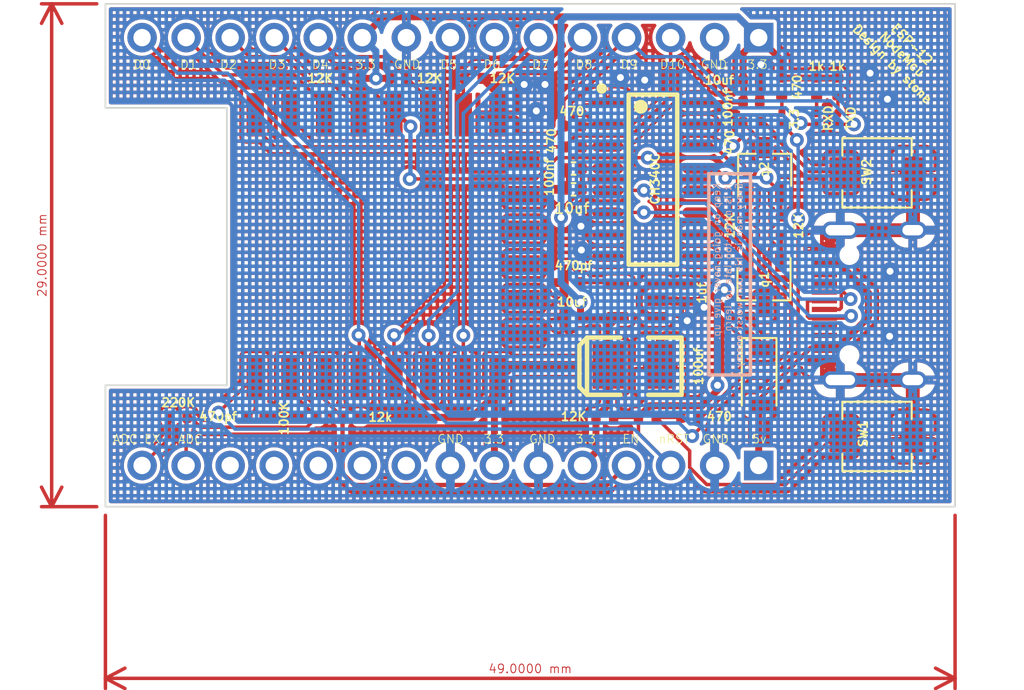
<source format=kicad_pcb>
(kicad_pcb (version 20211014) (generator pcbnew)
  (layers (0 "F.Cu" signal) (31 "B.Cu" signal) (34 "B.Paste" user) (35 "F.Paste" user) (36 "B.SilkS" user "B.Silkscreen") (37 "F.SilkS" user "F.Silkscreen") (38 "B.Mask" user) (39 "F.Mask" user) (44 "Edge.Cuts" user))
  (net 0 "")
  (net 1 "+3V3")
  (net 2 "GND")
  (net 3 "+5VD")
  (net 4 "Net-(C6-Pad1)")
  (net 5 "/nRST")
  (net 6 "/GPIO16")
  (net 7 "Net-(D1-Pad2)")
  (net 8 "/TXD")
  (net 9 "Net-(D2-Pad2)")
  (net 10 "/RXD")
  (net 11 "Net-(D3-Pad2)")
  (net 12 "/VDDUSB")
  (net 13 "/EN")
  (net 19 "/ADC")
  (net 20 "/ADC EX")
  (net 21 "/GPIO15")
  (net 22 "/GPIO13")
  (net 23 "/GPIO12")
  (net 24 "/GPIO14")
  (net 25 "/GPIO2")
  (net 26 "/GPIO0")
  (net 27 "/GPIO4")
  (net 28 "/GPIO5")
  (net 30 "Net-(J3-PadA6)")
  (net 31 "Net-(J3-PadA7)")
  (net 35 "Net-(Q1-Pad1)")
  (net 36 "Net-(Q1-Pad2)")
  (net 37 "Net-(Q2-Pad1)")
  (net 38 "Net-(Q2-Pad2)")
  (net 39 "Net-(R7-Pad2)")
  (net 40 "Net-(R9-Pad2)")
  (net 41 "Net-(R12-Pad2)")
  (net 42 "Net-(R13-Pad1)")
  (footprint "Resistor_SMD:R_0402_1005Metric" (layer "F.Cu") (at 133.015712 54.789713 -90)
    (fp_text reference "R5")
    (fp_text value "1k")
  )
  (footprint "Resistor_SMD:R_0402_1005Metric" (layer "F.Cu") (at 120.8 73.85 180)
    (fp_text reference "R10")
    (fp_text value "12K")
  )
  (footprint "Resistor_SMD:R_0402_1005Metric" (layer "F.Cu") (at 103.675 73.85 180)
    (fp_text reference "R17")
    (fp_text value "100K")
  )
  (footprint "Package_TO_SOT_SMD:TSOT-23" (layer "F.Cu") (at 130 59.6 90)
    (fp_text reference "Q2")
    (fp_text value "q2")
  )
  (footprint "Resistor_SMD:R_0402_1005Metric" (layer "F.Cu") (at 130.975 62.8 90)
    (fp_text reference "R14")
    (fp_text value "12K")
  )
  (footprint "Diode_SMD:D_SOD-123" (layer "F.Cu") (at 129.7 71.525 -90)
    (fp_text reference "D4")
    (fp_text value "B120-E3")
  )
  (footprint "Resistor_SMD:R_0402_1005Metric" (layer "F.Cu") (at 106.2 54.3)
    (fp_text reference "R2")
    (fp_text value "12K")
  )
  (footprint "Connector_PinHeader_2.54mm:PinHeader_1x15_P2.54mm_Vertical" (layer "F.Cu") (at 129.675 76.625 -90)
    (fp_text reference "J1")
    (fp_text value "J1")
  )
  (footprint "Resistor_SMD:R_0402_1005Metric" (layer "F.Cu") (at 113.22 54.3)
    (fp_text reference "R11")
    (fp_text value "12K")
  )
  (footprint "Package_TO_SOT_SMD:SOT-23-5" (layer "F.Cu") (at 122.6625 67.125 180)
    (fp_text reference "U2")
    (fp_text value "SPX3819M5-L-3-3")
  )
  (footprint "myFootPrint:SMD,3x4x2mm" (layer "F.Cu") (at 136.5 59.75)
    (fp_text reference "SW2")
    (fp_text value "SW_Push")
  )
  (footprint "Connector_PinHeader_2.54mm:PinHeader_1x15_P2.54mm_Vertical" (layer "F.Cu") (at 129.675 51.95 -90)
    (fp_text reference "J2")
    (fp_text value "J2")
  )
  (footprint "Resistor_SMD:R_0402_1005Metric" (layer "F.Cu") (at 118.94 57.05)
    (fp_text reference "R12")
    (fp_text value "470")
  )
  (footprint "Resistor_SMD:R_0402_1005Metric" (layer "F.Cu") (at 123.25 73.85)
    (fp_text reference "R8")
    (fp_text value "0")
  )
  (footprint "Capacitor_SMD:C_0402_1005Metric" (layer "F.Cu") (at 129.255 54.3995)
    (fp_text reference "C2")
    (fp_text value "10uf")
  )
  (footprint "Resistor_SMD:R_0402_1005Metric" (layer "F.Cu") (at 106.175 73.85)
    (fp_text reference "R6")
    (fp_text value "12k")
  )
  (footprint "myFootPrint:SMD,3x4x2mm" (layer "F.Cu") (at 136.5 74.95)
    (fp_text reference "SW1")
    (fp_text value "SW_Push")
  )
  (footprint "Connector_USB:USB_C_Receptacle_HRO_TYPE-C-31-M-12" (layer "F.Cu") (at 137.51 67.375 90)
    (fp_text reference "J3")
    (fp_text value "usbc")
  )
  (footprint "Capacitor_SMD:C_0402_1005Metric" (layer "F.Cu") (at 100.68 73.85 180)
    (fp_text reference "C8")
    (fp_text value "470pf")
  )
  (footprint "Resistor_SMD:R_0402_1005Metric" (layer "F.Cu") (at 129.275 56.85)
    (fp_text reference "R9")
    (fp_text value "470")
  )
  (footprint "RF_Module:ESP-12E" (layer "F.Cu") (at 104.14 64 90)
    (fp_text reference "U1")
    (fp_text value "ESP-12E")
  )
  (footprint "lc_lib:SOP-16_150MIL" (layer "F.Cu") (at 123.575 60.135 -90)
    (fp_text reference "U3")
    (fp_text value "CH340C")
  )
  (footprint "Capacitor_SMD:C_0402_1005Metric" (layer "F.Cu") (at 129.255 55.6505)
    (fp_text reference "C3")
    (fp_text value "100nf")
  )
  (footprint "Resistor_SMD:R_0402_1005Metric" (layer "F.Cu") (at 118.97053 58.257134 180)
    (fp_text reference "R13")
    (fp_text value "470")
  )
  (footprint "Capacitor_SMD:C_0402_1005Metric" (layer "F.Cu") (at 119 59.5 180)
    (fp_text reference "C4")
    (fp_text value "100nf")
  )
  (footprint "Resistor_SMD:R_0402_1005Metric" (layer "F.Cu") (at 125.7 73.85 180)
    (fp_text reference "R7")
    (fp_text value "470")
  )
  (footprint "Resistor_SMD:R_0402_1005Metric" (layer "F.Cu") (at 108.9 54.3 180)
    (fp_text reference "R3")
    (fp_text value "12K")
  )
  (footprint "Resistor_SMD:R_0402_1005Metric" (layer "F.Cu") (at 131 54.79 -90)
    (fp_text reference "R1")
    (fp_text value "470")
  )
  (footprint "Package_TO_SOT_SMD:TSOT-23" (layer "F.Cu") (at 130 66.15 -90)
    (fp_text reference "Q1")
    (fp_text value "q1")
  )
  (footprint "LED_SMD:LED_0201_0603Metric" (layer "F.Cu") (at 134.240712 56.629713 90)
    (fp_text reference "D2")
    (fp_text value "TXD")
  )
  (footprint "Capacitor_SMD:C_0402_1005Metric" (layer "F.Cu") (at 118.92 68.075 180)
    (fp_text reference "C7")
    (fp_text value "10uf")
  )
  (footprint "LED_SMD:LED_0201_0603Metric" (layer "F.Cu") (at 133.015712 56.629713 90)
    (fp_text reference "D3")
    (fp_text value "RXD")
  )
  (footprint "LED_SMD:LED_0201_0603Metric" (layer "F.Cu") (at 131.012 56.625 90)
    (fp_text reference "D1")
    (fp_text value "3.3")
  )
  (footprint "Capacitor_SMD:C_0402_1005Metric" (layer "F.Cu") (at 118.92 66.075 180)
    (fp_text reference "C6")
    (fp_text value "470pf")
  )
  (footprint "lc_lib:CASE-B_3528" (layer "F.Cu") (at 122.5 70.9 180)
    (fp_text reference "C1")
    (fp_text value "100uf")
  )
  (footprint "Capacitor_SMD:C_0402_1005Metric" (layer "F.Cu") (at 125.4 66.68 -90)
    (fp_text reference "C5")
    (fp_text value "1uf")
  )
  (footprint "Resistor_SMD:R_0402_1005Metric" (layer "F.Cu") (at 96.2 73.85 180)
    (fp_text reference "R16")
    (fp_text value "220K")
  )
  (footprint "Resistor_SMD:R_0402_1005Metric" (layer "F.Cu") (at 129.025 62.8 -90)
    (fp_text reference "R15")
    (fp_text value "12K")
  )
  (footprint "Resistor_SMD:R_0402_1005Metric" (layer "F.Cu") (at 134.240712 54.789713 -90)
    (fp_text reference "R4")
    (fp_text value "1k")
  )
  (footprint "Capacitor_SMD:C_0402_1005Metric" (layer "F.Cu") (at 119 60.7 180)
    (fp_text reference "C9")
    (fp_text value "10uf")
  )
  (gr_rect (start 129.2 71.4) (end 126.8 59.8) (layer "B.SilkS") (width 0.2) (fill none))
  (gr_poly (pts (xy 141 79) (xy 92 79) (xy 92 72) (xy 99 72) (xy 99 56) (xy 92 56) (xy 92 50) (xy 141 50)) (layer "Edge.Cuts") (width 0.1) (fill none))
  (gr_text "Keep on going never give up.\nIt is never too late to learn\nEvery man is his own worst enemy\n" (at 127.9 60.3 90) (layer "B.SilkS") (effects (font (size 0.4 0.4) (thickness 0.05)) (justify left mirror)))
  (gr_text "GND" (at 117.2 75.1) (layer "F.SilkS") (effects (font (size 0.5 0.5) (thickness 0.05))))
  (gr_text "5v" (at 129.7 75.1) (layer "F.SilkS") (effects (font (size 0.5 0.5) (thickness 0.05))))
  (gr_text "3.3" (at 107 53.5) (layer "F.SilkS") (effects (font (size 0.5 0.5) (thickness 0.05))))
  (gr_text "D0" (at 94.1 53.5) (layer "F.SilkS") (effects (font (size 0.5 0.5) (thickness 0.05))))
  (gr_text "D2" (at 99.1 53.5) (layer "F.SilkS") (effects (font (size 0.5 0.5) (thickness 0.05))))
  (gr_text "D10" (at 124.7 53.5) (layer "F.SilkS") (effects (font (size 0.5 0.5) (thickness 0.05))))
  (gr_text "D3" (at 101.9 53.5) (layer "F.SilkS") (effects (font (size 0.5 0.5) (thickness 0.05))))
  (gr_text "D5" (at 111.8 53.5) (layer "F.SilkS") (effects (font (size 0.5 0.5) (thickness 0.05))))
  (gr_text "nRST" (at 124.8 75.1) (layer "F.SilkS") (effects (font (size 0.5 0.5) (thickness 0.05))))
  (gr_text "GND" (at 109.4 53.5) (layer "F.SilkS") (effects (font (size 0.5 0.5) (thickness 0.05))))
  (gr_text "D6" (at 114.3 53.5) (layer "F.SilkS") (effects (font (size 0.5 0.5) (thickness 0.05))))
  (gr_text "ESP-12\nNodeMcu\nDesign by stone" (at 137.943392 52.905589 -45) (layer "F.SilkS") (effects (font (size 0.5 0.5) (thickness 0.1))))
  (gr_text "D9" (at 122.2 53.5) (layer "F.SilkS") (effects (font (size 0.5 0.5) (thickness 0.05))))
  (gr_text "D1" (at 96.8 53.5) (layer "F.SilkS") (effects (font (size 0.5 0.5) (thickness 0.05))))
  (gr_text "EN" (at 122.3 75.1) (layer "F.SilkS") (effects (font (size 0.5 0.5) (thickness 0.05))))
  (gr_text "3.3" (at 129.6 53.5) (layer "F.SilkS") (effects (font (size 0.5 0.5) (thickness 0.05))))
  (gr_text "D7" (at 117.1 53.5) (layer "F.SilkS") (effects (font (size 0.5 0.5) (thickness 0.05))))
  (gr_text "GND\n" (at 111.9 75.1) (layer "F.SilkS") (effects (font (size 0.5 0.5) (thickness 0.05))))
  (gr_text "D8" (at 119.6 53.5) (layer "F.SilkS") (effects (font (size 0.5 0.5) (thickness 0.05))))
  (gr_text "GND" (at 127.2 75.1) (layer "F.SilkS") (effects (font (size 0.5 0.5) (thickness 0.05))))
  (gr_text "3.3" (at 114.4 75.1) (layer "F.SilkS") (effects (font (size 0.5 0.5) (thickness 0.05))))
  (gr_text "ADC EX" (at 93.8 75.1) (layer "F.SilkS") (effects (font (size 0.5 0.5) (thickness 0.05))))
  (gr_text "3.3" (at 119.7 75.1) (layer "F.SilkS") (effects (font (size 0.5 0.5) (thickness 0.05))))
  (gr_text "ADC" (at 96.9 75.1) (layer "F.SilkS") (effects (font (size 0.5 0.5) (thickness 0.05))))
  (gr_text "GND" (at 127.1 53.5) (layer "F.SilkS") (effects (font (size 0.5 0.5) (thickness 0.05))))
  (gr_text "D4" (at 104.4 53.5) (layer "F.SilkS") (effects (font (size 0.5 0.5) (thickness 0.05))))
  (dimension (type aligned) (layer "F.Cu") (pts (xy 92 50) (xy 92 79)) (height 3.1) (gr_text "29.0000 mm" (at 88.35 64.5 90) (layer "F.Cu") (effects (font (size 0.5 0.5) (thickness 0.05)))) (format (units 3) (units_format 1) (precision 4)) (style (thickness 0.2) (arrow_length 1.27) (text_position_mode 0) (extension_height 0.58642) (extension_offset 0.5) keep_text_aligned))
  (dimension (type aligned) (layer "F.Cu") (pts (xy 141 79) (xy 92 79)) (height -9.9) (gr_text "49.0000 mm" (at 116.5 88.35) (layer "F.Cu") (effects (font (size 0.5 0.5) (thickness 0.05)))) (format (units 3) (units_format 1) (precision 4)) (style (thickness 0.2) (arrow_length 1.27) (text_position_mode 0) (extension_height 0.58642) (extension_offset 0.5) keep_text_aligned))
  (segment (start 128.775 54.3995) (end 128.775 52.85) (width 0.4) (layer "F.Cu") (net 1))
  (segment (start 114.435 71.805) (end 114.64 71.6) (width 0.4) (layer "F.Cu") (net 1))
  (segment (start 121 68.6) (end 121.525 68.075) (width 0.4) (layer "F.Cu") (net 1))
  (segment (start 119.48 59.5) (end 121.365 59.5) (width 0.25) (layer "F.Cu") (net 1))
  (segment (start 131 54.28) (end 133.015425 54.28) (width 0.4) (layer "F.Cu") (net 1))
  (segment (start 120.29 75.85) (end 119.515 76.625) (width 0.4) (layer "F.Cu") (net 1))
  (segment (start 120.29 73.85) (end 120.29 75.85) (width 0.4) (layer "F.Cu") (net 1))
  (segment (start 121 70.9) (end 115.34 70.9) (width 0.6) (layer "F.Cu") (net 1))
  (segment (start 118.275 62.325) (end 118.275 61.905) (width 0.25) (layer "F.Cu") (net 1))
  (segment (start 119.4 68.075) (end 121.525 68.075) (width 0.4) (layer "F.Cu") (net 1))
  (segment (start 119.48 59.5) (end 119.48 60.7) (width 0.25) (layer "F.Cu") (net 1))
  (segment (start 118.275 61.905) (end 119.48 60.7) (width 0.25) (layer "F.Cu") (net 1))
  (segment (start 128.475489 50.750489) (end 108.014511 50.750489) (width 0.4) (layer "F.Cu") (net 1))
  (segment (start 108.014511 50.750489) (end 106.815 51.95) (width 0.4) (layer "F.Cu") (net 1))
  (segment (start 113.14 73.85) (end 114.64 72.35) (width 0.4) (layer "F.Cu") (net 1))
  (segment (start 107.6 54.3) (end 108.39 54.3) (width 0.4) (layer "F.Cu") (net 1))
  (segment (start 115.34 70.9) (end 114.64 71.6) (width 0.6) (layer "F.Cu") (net 1))
  (segment (start 133.015712 54.279713) (end 134.240712 54.279713) (width 0.4) (layer "F.Cu") (net 1))
  (segment (start 111.35 73.85) (end 106.685 73.85) (width 0.4) (layer "F.Cu") (net 1))
  (segment (start 133.015425 54.28) (end 133.015712 54.279713) (width 0.4) (layer "F.Cu") (net 1))
  (segment (start 128.815 55.6505) (end 128.815 54.3995) (width 0.4) (layer "F.Cu") (net 1))
  (segment (start 119.4 68.075) (end 119.4 67.2) (width 0.4) (layer "F.Cu") (net 1))
  (segment (start 106.71 54.3) (end 107.6 54.3) (width 0.4) (layer "F.Cu") (net 1))
  (segment (start 121 70.9) (end 121 73.14) (width 0.4) (layer "F.Cu") (net 1))
  (segment (start 131 54.28) (end 131 53.275) (width 0.4) (layer "F.Cu") (net 1))
  (segment (start 126.325 55.68) (end 128.7455 55.68) (width 0.25) (layer "F.Cu") (net 1))
  (segment (start 121 70.9) (end 121 68.6) (width 0.4) (layer "F.Cu") (net 1))
  (segment (start 114.64 72.35) (end 114.64 71.6) (width 0.4) (layer "F.Cu") (net 1))
  (segment (start 129.675 51.95) (end 128.475489 50.750489) (width 0.4) (layer "F.Cu") (net 1))
  (segment (start 128.8095 54.405) (end 128.815 54.3995) (width 0.4) (layer "F.Cu") (net 1))
  (segment (start 121 73.14) (end 120.29 73.85) (width 0.4) (layer "F.Cu") (net 1))
  (segment (start 128.7455 55.68) (end 128.775 55.6505) (width 0.25) (layer "F.Cu") (net 1))
  (segment (start 111.35 73.85) (end 113.14 73.85) (width 0.4) (layer "F.Cu") (net 1))
  (segment (start 131 53.275) (end 129.675 51.95) (width 0.4) (layer "F.Cu") (net 1))
  (segment (start 128.775 52.85) (end 129.675 51.95) (width 0.4) (layer "F.Cu") (net 1))
  (segment (start 114.435 76.625) (end 114.435 71.805) (width 0.4) (layer "F.Cu") (net 1))
  (via (at 118.275 62.325) (size 0.8) (drill 0.4) (layers "F.Cu" "B.Cu") (net 1))
  (via (at 119.4 67.2) (size 0.8) (drill 0.4) (layers "F.Cu" "B.Cu") (net 1))
  (via (at 107.6 54.3) (size 0.8) (drill 0.4) (layers "F.Cu" "B.Cu") (net 1))
  (segment (start 107.6 54.3) (end 107.6 52.735) (width 0.4) (layer "B.Cu") (net 1))
  (segment (start 119.4 67.2) (end 118.275 66.075) (width 0.4) (layer "B.Cu") (net 1))
  (segment (start 118.549511 50.750489) (end 128.475489 50.750489) (width 0.4) (layer "B.Cu") (net 1))
  (segment (start 107.6 52.735) (end 106.815 51.95) (width 0.4) (layer "B.Cu") (net 1))
  (segment (start 118.275 51.025) (end 118.549511 50.750489) (width 0.4) (layer "B.Cu") (net 1))
  (segment (start 118.275 66.075) (end 118.275 51.025) (width 0.4) (layer "B.Cu") (net 1))
  (segment (start 128.475489 50.750489) (end 129.675 51.95) (width 0.4) (layer "B.Cu") (net 1))
  (segment (start 134.38 63.055) (end 138.56 63.055) (width 0.8) (layer "F.Cu") (net 2))
  (segment (start 118.44 66.075) (end 118.44 68.075) (width 0.4) (layer "F.Cu") (net 2))
  (segment (start 125.365 67.125) (end 125.4 67.16) (width 0.4) (layer "F.Cu") (net 2))
  (segment (start 114.64 56.4) (end 114.64 55.21) (width 0.4) (layer "F.Cu") (net 2))
  (segment (start 134.38 71.54) (end 133.465 70.625) (width 0.4) (layer "F.Cu") (net 2))
  (segment (start 134.38 63.055) (end 134.38 63.21) (width 0.4) (layer "F.Cu") (net 2))
  (segment (start 134.38 71.695) (end 134.38 71.54) (width 0.4) (layer "F.Cu") (net 2))
  (segment (start 138.56 71.695) (end 138.56 74.935) (width 0.8) (layer "F.Cu") (net 2))
  (segment (start 101.16 73.85) (end 103.165 73.85) (width 0.4) (layer "F.Cu") (net 2))
  (segment (start 114.8 56.24) (end 114.64 56.4) (width 0.4) (layer "F.Cu") (net 2))
  (segment (start 114.64 55.21) (end 113.73 54.3) (width 0.4) (layer "F.Cu") (net 2))
  (segment (start 138.575 63.04) (end 138.56 63.055) (width 0.8) (layer "F.Cu") (net 2))
  (segment (start 134.38 63.21) (end 133.465 64.125) (width 0.4) (layer "F.Cu") (net 2))
  (segment (start 138.56 74.935) (end 138.575 74.95) (width 0.8) (layer "F.Cu") (net 2))
  (segment (start 138.575 59.75) (end 138.575 63.04) (width 0.8) (layer "F.Cu") (net 2))
  (segment (start 134.38 71.695) (end 138.56 71.695) (width 0.8) (layer "F.Cu") (net 2))
  (segment (start 123.8 67.125) (end 125.365 67.125) (width 0.4) (layer "F.Cu") (net 2))
  (segment (start 129.775 55.6505) (end 129.775 54.3995) (width 0.4) (layer "F.Cu") (net 2))
  (via (at 137.225 69.175) (size 0.8) (drill 0.4) (layers "F.Cu" "B.Cu") (net 2))
  (via (at 121.7 54.25) (size 0.8) (drill 0.4) (layers "F.Cu" "B.Cu") (net 2))
  (via (at 123.1 54.4) (size 0.8) (drill 0.4) (layers "F.Cu" "B.Cu") (net 2))
  (via (at 137.25 65.425) (size 0.8) (drill 0.4) (layers "F.Cu" "B.Cu") (net 2))
  (via (at 116.15 54.65) (size 0.8) (drill 0.4) (layers "F.Cu" "B.Cu") (net 2))
  (via (at 116.85 56.175) (size 0.8) (drill 0.4) (layers "F.Cu" "B.Cu") (net 2))
  (via (at 129.8 53.5) (size 0.8) (drill 0.4) (layers "F.Cu" "B.Cu") (net 2))
  (via (at 119.425 62.825) (size 0.8) (drill 0.4) (layers "F.Cu" "B.Cu") (net 2))
  (via (at 117.35 54.65) (size 0.8) (drill 0.4) (layers "F.Cu" "B.Cu") (net 2))
  (via (at 119.45 64.2) (size 0.8) (drill 0.4) (layers "F.Cu" "B.Cu") (net 2))
  (via (at 137.1 55.5) (size 0.8) (drill 0.4) (layers "F.Cu" "B.Cu") (net 2))
  (via (at 126.526018 67.503905) (size 0.8) (drill 0.4) (layers "F.Cu" "B.Cu") (net 2))
  (via (at 136.1 54) (size 0.8) (drill 0.4) (layers "F.Cu" "B.Cu") (net 2))
  (via (at 125.55 68.275) (size 0.8) (drill 0.4) (layers "F.Cu" "B.Cu") (net 2))
  (segment (start 129.7 69.553489) (end 129.7 69.875) (width 0.4) (layer "F.Cu") (net 3))
  (segment (start 126.346511 66.2) (end 129.7 69.553489) (width 0.4) (layer "F.Cu") (net 3))
  (segment (start 123.8 68.075) (end 123.381073 68.075) (width 0.4) (layer "F.Cu") (net 3))
  (segment (start 122.78798 67.481907) (end 122.78798 66.768093) (width 0.4) (layer "F.Cu") (net 3))
  (segment (start 123.381073 68.075) (end 122.78798 67.481907) (width 0.4) (layer "F.Cu") (net 3))
  (segment (start 123.381073 66.175) (end 123.8 66.175) (width 0.4) (layer "F.Cu") (net 3))
  (segment (start 123.825 66.2) (end 123.8 66.175) (width 0.4) (layer "F.Cu") (net 3))
  (segment (start 125.4 66.2) (end 126.346511 66.2) (width 0.4) (layer "F.Cu") (net 3))
  (segment (start 122.78798 66.768093) (end 123.381073 66.175) (width 0.4) (layer "F.Cu") (net 3))
  (segment (start 125.4 66.2) (end 123.825 66.2) (width 0.4) (layer "F.Cu") (net 3))
  (segment (start 121.425 66.075) (end 119.4 66.075) (width 0.2) (layer "F.Cu") (net 4))
  (segment (start 121.525 66.175) (end 121.425 66.075) (width 0.2) (layer "F.Cu") (net 4))
  (segment (start 128.666467 67.46) (end 127.698801 66.492334) (width 0.2) (layer "F.Cu") (net 5))
  (segment (start 130 67.46) (end 128.666467 67.46) (width 0.2) (layer "F.Cu") (net 5))
  (segment (start 100.5 71.6) (end 98.525 73.575) (width 0.2) (layer "F.Cu") (net 5))
  (segment (start 122.74 73.85) (end 123.40952 73.18048) (width 0.4) (layer "F.Cu") (net 5))
  (segment (start 127.3 72.285349) (end 127.3 72) (width 0.4) (layer "F.Cu") (net 5))
  (segment (start 122.74 74.77) (end 124.595 76.625) (width 0.2) (layer "F.Cu") (net 5))
  (segment (start 126.404869 73.18048) (end 127.3 72.285349) (width 0.4) (layer "F.Cu") (net 5))
  (segment (start 100.64 73.41) (end 100.2 73.85) (width 0.2) (layer "F.Cu") (net 5))
  (segment (start 100.64 71.6) (end 100.64 73.41) (width 0.2) (layer "F.Cu") (net 5))
  (segment (start 121.31 73.85) (end 122.74 73.85) (width 0.2) (layer "F.Cu") (net 5))
  (segment (start 123.40952 73.18048) (end 126.404869 73.18048) (width 0.4) (layer "F.Cu") (net 5))
  (segment (start 122.74 73.85) (end 122.74 74.77) (width 0.2) (layer "F.Cu") (net 5))
  (segment (start 100.64 71.6) (end 100.5 71.6) (width 0.2) (layer "F.Cu") (net 5))
  (via (at 127.3 72) (size 0.8) (drill 0.4) (layers "F.Cu" "B.Cu") (net 5))
  (via (at 98.525 73.575) (size 0.8) (drill 0.4) (layers "F.Cu" "B.Cu") (net 5))
  (via (at 127.698801 66.492334) (size 0.8) (drill 0.4) (layers "F.Cu" "B.Cu") (net 5))
  (segment (start 122.495 74.525) (end 124.595 76.625) (width 0.2) (layer "B.Cu") (net 5))
  (segment (start 127.3 72) (end 127.3 66.891135) (width 0.4) (layer "B.Cu") (net 5))
  (segment (start 99.475 74.525) (end 122.495 74.525) (width 0.2) (layer "B.Cu") (net 5))
  (segment (start 127.3 66.891135) (end 127.698801 66.492334) (width 0.4) (layer "B.Cu") (net 5))
  (segment (start 98.525 73.575) (end 99.475 74.525) (width 0.2) (layer "B.Cu") (net 5))
  (segment (start 126.371053 73.85) (end 129.046053 71.175) (width 0.2) (layer "F.Cu") (net 6))
  (segment (start 106.64 69.14) (end 106.6 69.1) (width 0.2) (layer "F.Cu") (net 6))
  (segment (start 129.046053 71.175) (end 130.81134 71.175) (width 0.2) (layer "F.Cu") (net 6))
  (segment (start 126.3 74.463024) (end 125.8395 74.923524) (width 0.2) (layer "F.Cu") (net 6))
  (segment (start 130.81134 71.175) (end 131.95 70.03634) (width 0.2) (layer "F.Cu") (net 6))
  (segment (start 106.64 71.6) (end 106.64 69.14) (width 0.2) (layer "F.Cu") (net 6))
  (segment (start 126.21 73.85) (end 126.371053 73.85) (width 0.2) (layer "F.Cu") (net 6))
  (segment (start 131.012 56.945) (end 131.875 57.808) (width 0.2) (layer "F.Cu") (net 6))
  (segment (start 126.21 73.85) (end 126.3 73.94) (width 0.2) (layer "F.Cu") (net 6))
  (segment (start 126.3 73.94) (end 126.3 74.463024) (width 0.2) (layer "F.Cu") (net 6))
  (segment (start 131.875 57.808) (end 131.875 57.85) (width 0.2) (layer "F.Cu") (net 6))
  (segment (start 131.95 70.03634) (end 131.95 62.4) (width 0.2) (layer "F.Cu") (net 6))
  (via (at 106.6 69.1) (size 0.8) (drill 0.4) (layers "F.Cu" "B.Cu") (net 6))
  (via (at 131.875 57.85) (size 0.8) (drill 0.4) (layers "F.Cu" "B.Cu") (net 6))
  (via (at 131.95 62.4) (size 0.8) (drill 0.4) (layers "F.Cu" "B.Cu") (net 6))
  (via (at 125.8395 74.923524) (size 0.8) (drill 0.4) (layers "F.Cu" "B.Cu") (net 6))
  (segment (start 131.95 57.925) (end 131.95 62.4) (width 0.2) (layer "B.Cu") (net 6))
  (segment (start 131.875 57.85) (end 131.95 57.925) (width 0.2) (layer "B.Cu") (net 6))
  (segment (start 111.675489 74.175489) (end 125.091465 74.175489) (width 0.2) (layer "B.Cu") (net 6))
  (segment (start 125.091465 74.175489) (end 125.8395 74.923524) (width 0.2) (layer "B.Cu") (net 6))
  (segment (start 106.6 61.561279) (end 99.038721 54) (width 0.2) (layer "B.Cu") (net 6))
  (segment (start 106.6 69.1) (end 111.675489 74.175489) (width 0.2) (layer "B.Cu") (net 6))
  (segment (start 96.165 54) (end 94.115 51.95) (width 0.2) (layer "B.Cu") (net 6))
  (segment (start 106.6 69.1) (end 106.6 61.561279) (width 0.2) (layer "B.Cu") (net 6))
  (segment (start 99.038721 54) (end 96.165 54) (width 0.2) (layer "B.Cu") (net 6))
  (segment (start 131.012 55.312) (end 131 55.3) (width 0.2) (layer "F.Cu") (net 7))
  (segment (start 131.012 56.305) (end 131.012 55.312) (width 0.2) (layer "F.Cu") (net 7))
  (segment (start 118.400489 58.250489) (end 118.43 58.28) (width 0.2) (layer "F.Cu") (net 8))
  (segment (start 100.64 57.15) (end 101.740489 58.250489) (width 0.2) (layer "F.Cu") (net 8))
  (segment (start 134.240712 56.949713) (end 135.174713 56.949713) (width 0.2) (layer "F.Cu") (net 8))
  (segment (start 118.43 58.28) (end 119.085 57.625) (width 0.2) (layer "F.Cu") (net 8))
  (segment (start 100.64 56.4) (end 100.64 57.15) (width 0.2) (layer "F.Cu") (net 8))
  (segment (start 101.740489 58.250489) (end 118.400489 58.250489) (width 0.2) (layer "F.Cu") (net 8))
  (segment (start 124.595 55.33) (end 124.595 51.95) (width 0.2) (layer "F.Cu") (net 8))
  (segment (start 119.085 57.625) (end 122.3 57.625) (width 0.2) (layer "F.Cu") (net 8))
  (segment (start 135.174713 56.949713) (end 135.175 56.95) (width 0.2) (layer "F.Cu") (net 8))
  (segment (start 122.3 57.625) (end 124.595 55.33) (width 0.2) (layer "F.Cu") (net 8))
  (via (at 135.175 56.95) (size 0.8) (drill 0.4) (layers "F.Cu" "B.Cu") (net 8))
  (segment (start 133.825 55.6) (end 128.245 55.6) (width 0.2) (layer "B.Cu") (net 8))
  (segment (start 128.245 55.6) (end 124.595 51.95) (width 0.2) (layer "B.Cu") (net 8))
  (segment (start 135.175 56.95) (end 133.825 55.6) (width 0.2) (layer "B.Cu") (net 8))
  (segment (start 134.240712 55.299713) (end 134.240712 56.309713) (width 0.2) (layer "F.Cu") (net 9))
  (segment (start 118.43 57.05) (end 118.43 55.575) (width 0.2) (layer "F.Cu") (net 10))
  (segment (start 103.999511 57.899511) (end 117.580489 57.899511) (width 0.2) (layer "F.Cu") (net 10))
  (segment (start 102.64 56.54) (end 103.999511 57.899511) (width 0.2) (layer "F.Cu") (net 10))
  (segment (start 133.015712 56.949713) (end 132.174713 56.949713) (width 0.2) (layer "F.Cu") (net 10))
  (segment (start 117.580489 57.899511) (end 118.43 57.05) (width 0.2) (layer "F.Cu") (net 10))
  (segment (start 102.64 56.4) (end 102.64 56.54) (width 0.2) (layer "F.Cu") (net 10))
  (segment (start 132.174713 56.949713) (end 132.1 56.875) (width 0.2) (layer "F.Cu") (net 10))
  (segment (start 118.43 55.575) (end 122.055 51.95) (width 0.2) (layer "F.Cu") (net 10))
  (via (at 132.1 56.875) (size 0.8) (drill 0.4) (layers "F.Cu" "B.Cu") (net 10))
  (segment (start 125.200215 53.049511) (end 123.154511 53.049511) (width 0.2) (layer "B.Cu") (net 10))
  (segment (start 131.225 56) (end 128.150704 56) (width 0.2) (layer "B.Cu") (net 10))
  (segment (start 132.1 56.875) (end 131.225 56) (width 0.2) (layer "B.Cu") (net 10))
  (segment (start 123.154511 53.049511) (end 122.055 51.95) (width 0.2) (layer "B.Cu") (net 10))
  (segment (start 128.150704 56) (end 125.200215 53.049511) (width 0.2) (layer "B.Cu") (net 10))
  (segment (start 133.015712 55.299713) (end 133.015712 56.309713) (width 0.2) (layer "F.Cu") (net 11))
  (segment (start 129.675 73.2) (end 129.7 73.175) (width 0.4) (layer "F.Cu") (net 12))
  (segment (start 136 68.079661) (end 136 66.670339) (width 0.4) (layer "F.Cu") (net 12))
  (segment (start 136 66.670339) (end 134.254661 64.925) (width 0.4) (layer "F.Cu") (net 12))
  (segment (start 136 68.079661) (end 134.254661 69.825) (width 0.4) (layer "F.Cu") (net 12))
  (segment (start 132.690978 69.825) (end 133.465 69.825) (width 0.25) (layer "F.Cu") (net 12))
  (segment (start 134.254661 69.825) (end 133.465 69.825) (width 0.4) (layer "F.Cu") (net 12))
  (segment (start 129.7 73.175) (end 129.7 72.815978) (width 0.25) (layer "F.Cu") (net 12))
  (segment (start 129.675 76.625) (end 129.675 73.2) (width 0.4) (layer "F.Cu") (net 12))
  (segment (start 134.254661 64.925) (end 133.465 64.925) (width 0.4) (layer "F.Cu") (net 12))
  (segment (start 129.7 72.815978) (end 132.690978 69.825) (width 0.25) (layer "F.Cu") (net 12))
  (segment (start 104.64 72.825) (end 104.64 71.6) (width 0.2) (layer "F.Cu") (net 13))
  (segment (start 105.675 73.86) (end 105.665 73.85) (width 0.25) (layer "F.Cu") (net 13))
  (segment (start 106.349211 77.749511) (end 105.675 77.0753) (width 0.25) (layer "F.Cu") (net 13))
  (segment (start 120.930489 77.749511) (end 106.349211 77.749511) (width 0.25) (layer "F.Cu") (net 13))
  (segment (start 105.665 73.85) (end 104.64 72.825) (width 0.2) (layer "F.Cu") (net 13))
  (segment (start 122.055 76.625) (end 120.930489 77.749511) (width 0.25) (layer "F.Cu") (net 13))
  (segment (start 105.675 77.0753) (end 105.675 73.86) (width 0.25) (layer "F.Cu") (net 13))
  (segment (start 104.185 73.85) (end 102.64 72.305) (width 0.2) (layer "F.Cu") (net 19))
  (segment (start 103.61548 74.41952) (end 97.47952 74.41952) (width 0.2) (layer "F.Cu") (net 19))
  (segment (start 104.185 73.85) (end 103.61548 74.41952) (width 0.2) (layer "F.Cu") (net 19))
  (segment (start 96.655 73.905) (end 96.655 76.625) (width 0.2) (layer "F.Cu") (net 19))
  (segment (start 102.64 72.305) (end 102.64 71.6) (width 0.2) (layer "F.Cu") (net 19))
  (segment (start 97.47952 74.41952) (end 96.81 73.75) (width 0.2) (layer "F.Cu") (net 19))
  (segment (start 96.81 73.75) (end 96.655 73.905) (width 0.2) (layer "F.Cu") (net 19))
  (segment (start 95.69 75.05) (end 94.115 76.625) (width 0.2) (layer "F.Cu") (net 20))
  (segment (start 95.69 73.85) (end 95.69 75.05) (width 0.2) (layer "F.Cu") (net 20))
  (segment (start 117.865 53.6) (end 119.515 51.95) (width 0.2) (layer "F.Cu") (net 21))
  (segment (start 113.4 53.6) (end 117.865 53.6) (width 0.2) (layer "F.Cu") (net 21))
  (segment (start 112.64 54.37) (end 112.64 56.4) (width 0.2) (layer "F.Cu") (net 21))
  (segment (start 112.71 54.3) (end 112.64 54.37) (width 0.2) (layer "F.Cu") (net 21))
  (segment (start 112.71 54.29) (end 113.4 53.6) (width 0.2) (layer "F.Cu") (net 21))
  (segment (start 112.71 54.3) (end 112.71 54.29) (width 0.2) (layer "F.Cu") (net 21))
  (segment (start 112.64 71.6) (end 112.64 69.12364) (width 0.2) (layer "F.Cu") (net 22))
  (via (at 112.64 69.12364) (size 0.8) (drill 0.4) (layers "F.Cu" "B.Cu") (net 22))
  (segment (start 112.64 56.3225) (end 116.975 51.9875) (width 0.2) (layer "B.Cu") (net 22))
  (segment (start 112.64 69.12364) (end 112.64 56.3225) (width 0.2) (layer "B.Cu") (net 22))
  (segment (start 116.975 51.9875) (end 116.975 51.95) (width 0.2) (layer "B.Cu") (net 22))
  (segment (start 110.64 69.135013) (end 110.642055 69.132958) (width 0.2) (layer "F.Cu") (net 23))
  (segment (start 110.64 71.6) (end 110.64 69.135013) (width 0.2) (layer "F.Cu") (net 23))
  (via (at 110.642055 69.132958) (size 0.8) (drill 0.4) (layers "F.Cu" "B.Cu") (net 23))
  (segment (start 112.290489 66.597017) (end 112.290489 55.709511) (width 0.2) (layer "B.Cu") (net 23))
  (segment (start 114.435 53.565) (end 114.435 51.95) (width 0.2) (layer "B.Cu") (net 23))
  (segment (start 112.290489 55.709511) (end 114.435 53.565) (width 0.2) (layer "B.Cu") (net 23))
  (segment (start 110.642055 68.245451) (end 112.290489 66.597017) (width 0.2) (layer "B.Cu") (net 23))
  (segment (start 110.642055 69.132958) (end 110.642055 68.245451) (width 0.2) (layer "B.Cu") (net 23))
  (segment (start 108.64 69.118191) (end 108.647954 69.110237) (width 0.2) (layer "F.Cu") (net 24))
  (segment (start 108.64 71.6) (end 108.64 69.118191) (width 0.2) (layer "F.Cu") (net 24))
  (via (at 108.647954 69.110237) (size 0.8) (drill 0.4) (layers "F.Cu" "B.Cu") (net 24))
  (segment (start 108.889763 69.110237) (end 111.895 66.105) (width 0.2) (layer "B.Cu") (net 24))
  (segment (start 111.895 66.105) (end 111.895 51.95) (width 0.2) (layer "B.Cu") (net 24))
  (segment (start 108.647954 69.110237) (end 108.889763 69.110237) (width 0.2) (layer "B.Cu") (net 24))
  (segment (start 110.64 55.53) (end 109.41 54.3) (width 0.2) (layer "F.Cu") (net 25))
  (segment (start 109.41 54.3) (end 108.159511 53.049511) (width 0.2) (layer "F.Cu") (net 25))
  (segment (start 110.64 56.4) (end 110.64 55.53) (width 0.2) (layer "F.Cu") (net 25))
  (segment (start 108.159511 53.049511) (end 105.374511 53.049511) (width 0.2) (layer "F.Cu") (net 25))
  (segment (start 105.374511 53.049511) (end 104.275 51.95) (width 0.2) (layer "F.Cu") (net 25))
  (segment (start 105.69 54.3) (end 104.085 54.3) (width 0.2) (layer "F.Cu") (net 26))
  (segment (start 116.825 60.1) (end 118.05 58.875) (width 0.2) (layer "F.Cu") (net 26))
  (segment (start 109.55 60.1) (end 116.825 60.1) (width 0.2) (layer "F.Cu") (net 26))
  (segment (start 104.085 54.3) (end 101.735 51.95) (width 0.2) (layer "F.Cu") (net 26))
  (segment (start 106.290489 54.900489) (end 107.281955 54.900489) (width 0.2) (layer "F.Cu") (net 26))
  (segment (start 130 58.29) (end 130 58.085) (width 0.2) (layer "F.Cu") (net 26))
  (segment (start 128.765 56.85) (end 128.765 57.635) (width 0.2) (layer "F.Cu") (net 26))
  (segment (start 107.281955 54.900489) (end 108.64 56.258534) (width 0.2) (layer "F.Cu") (net 26))
  (segment (start 128.765 57.635) (end 128.2 58.2) (width 0.2) (layer "F.Cu") (net 26))
  (segment (start 130 58.085) (end 128.765 56.85) (width 0.2) (layer "F.Cu") (net 26))
  (segment (start 108.915498 56.4) (end 109.590498 57.075) (width 0.25) (layer "F.Cu") (net 26))
  (segment (start 108.64 56.4) (end 108.915498 56.4) (width 0.25) (layer "F.Cu") (net 26))
  (segment (start 118.05 58.875) (end 123.275 58.875) (width 0.2) (layer "F.Cu") (net 26))
  (segment (start 105.69 54.3) (end 106.290489 54.900489) (width 0.2) (layer "F.Cu") (net 26))
  (segment (start 108.64 56.258534) (end 108.64 56.4) (width 0.2) (layer "F.Cu") (net 26))
  (via (at 128.2 58.2) (size 0.8) (drill 0.4) (layers "F.Cu" "B.Cu") (net 26))
  (via (at 109.55 60.1) (size 0.8) (drill 0.4) (layers "F.Cu" "B.Cu") (net 26))
  (via (at 109.590498 57.075) (size 0.8) (drill 0.4) (layers "F.Cu" "B.Cu") (net 26))
  (via (at 123.275 58.875) (size 0.8) (drill 0.4) (layers "F.Cu" "B.Cu") (net 26))
  (segment (start 127.525 58.875) (end 123.275 58.875) (width 0.2) (layer "B.Cu") (net 26))
  (segment (start 109.590498 57.075) (end 109.590498 60.059502) (width 0.25) (layer "B.Cu") (net 26))
  (segment (start 109.590498 60.059502) (end 109.55 60.1) (width 0.25) (layer "B.Cu") (net 26))
  (segment (start 128.2 58.2) (end 127.525 58.875) (width 0.2) (layer "B.Cu") (net 26))
  (segment (start 106.64 56.4) (end 106.64 56.150978) (width 0.2) (layer "F.Cu") (net 27))
  (segment (start 106.64 56.150978) (end 105.138533 54.649511) (width 0.2) (layer "F.Cu") (net 27))
  (segment (start 105.138533 54.649511) (end 103.940227 54.649511) (width 0.2) (layer "F.Cu") (net 27))
  (segment (start 103.940227 54.649511) (end 102.340227 53.049511) (width 0.2) (layer "F.Cu") (net 27))
  (segment (start 100.294511 53.049511) (end 99.195 51.95) (width 0.2) (layer "F.Cu") (net 27))
  (segment (start 102.340227 53.049511) (end 100.294511 53.049511) (width 0.2) (layer "F.Cu") (net 27))
  (segment (start 102.896433 54.1) (end 98.805 54.1) (width 0.2) (layer "F.Cu") (net 28))
  (segment (start 104.64 55.843567) (end 102.896433 54.1) (width 0.2) (layer "F.Cu") (net 28))
  (segment (start 98.805 54.1) (end 96.655 51.95) (width 0.2) (layer "F.Cu") (net 28))
  (segment (start 104.64 56.4) (end 104.64 55.843567) (width 0.2) (layer "F.Cu") (net 28))
  (segment (start 134.39 66.625) (end 134.439511 66.674511) (width 0.2) (layer "F.Cu") (net 30))
  (segment (start 134.439511 67.524511) (end 134.339022 67.625) (width 0.2) (layer "F.Cu") (net 30))
  (segment (start 134.439511 66.674511) (end 134.439511 67.524511) (width 0.2) (layer "F.Cu") (net 30))
  (segment (start 134.339022 67.625) (end 133.465 67.625) (width 0.2) (layer "F.Cu") (net 30))
  (segment (start 133.465 66.625) (end 134.565046 66.625) (width 0.2) (layer "F.Cu") (net 30))
  (segment (start 134.565046 66.625) (end 134.970023 67.029977) (width 0.2) (layer "F.Cu") (net 30))
  (segment (start 121.375 60.76) (end 123.0505 60.76) (width 0.2) (layer "F.Cu") (net 30))
  (segment (start 133.465 66.625) (end 134.39 66.625) (width 0.2) (layer "F.Cu") (net 30))
  (via (at 123.0505 60.76) (size 0.8) (drill 0.4) (layers "F.Cu" "B.Cu") (net 30))
  (via (at 134.970023 67.029977) (size 0.8) (drill 0.4) (layers "F.Cu" "B.Cu") (net 30))
  (segment (start 123.7905 61.5) (end 123.0505 60.76) (width 0.2) (layer "B.Cu") (net 30))
  (segment (start 126.6 61.5) (end 123.7905 61.5) (width 0.2) (layer "B.Cu") (net 30))
  (segment (start 134.970023 67.029977) (end 132.129977 67.029977) (width 0.2) (layer "B.Cu") (net 30))
  (segment (start 132.129977 67.029977) (end 126.6 61.5) (width 0.2) (layer "B.Cu") (net 30))
  (segment (start 133.465 68.125) (end 134.875 68.125) (width 0.2) (layer "F.Cu") (net 31))
  (segment (start 121.375 62.03) (end 123.050369 62.03) (width 0.2) (layer "F.Cu") (net 31))
  (segment (start 132.54 67.125) (end 132.490489 67.174511) (width 0.2) (layer "F.Cu") (net 31))
  (segment (start 134.875 68.125) (end 135 68) (width 0.2) (layer "F.Cu") (net 31))
  (segment (start 132.590978 68.125) (end 133.465 68.125) (width 0.2) (layer "F.Cu") (net 31))
  (segment (start 123.050369 62.03) (end 123.0505 62.030131) (width 0.2) (layer "F.Cu") (net 31))
  (segment (start 132.490489 67.174511) (end 132.490489 68.024511) (width 0.2) (layer "F.Cu") (net 31))
  (segment (start 132.490489 68.024511) (end 132.590978 68.125) (width 0.2) (layer "F.Cu") (net 31))
  (segment (start 133.465 67.125) (end 132.54 67.125) (width 0.2) (layer "F.Cu") (net 31))
  (via (at 123.0505 62.030131) (size 0.8) (drill 0.4) (layers "F.Cu" "B.Cu") (net 31))
  (via (at 135 68) (size 0.8) (drill 0.4) (layers "F.Cu" "B.Cu") (net 31))
  (segment (start 132.6 68) (end 135 68) (width 0.2) (layer "B.Cu") (net 31))
  (segment (start 123.0505 62.030131) (end 126.630131 62.030131) (width 0.2) (layer "B.Cu") (net 31))
  (segment (start 126.630131 62.030131) (end 132.6 68) (width 0.2) (layer "B.Cu") (net 31))
  (segment (start 130.975 64.815) (end 130.95 64.84) (width 0.2) (layer "F.Cu") (net 35))
  (segment (start 130.975 63.31) (end 130.975 64.815) (width 0.2) (layer "F.Cu") (net 35))
  (segment (start 128.45548 62.74048) (end 128.45548 59.53048) (width 0.2) (layer "F.Cu") (net 36))
  (segment (start 129.025 64.815) (end 129.05 64.84) (width 0.2) (layer "F.Cu") (net 36))
  (segment (start 127.155 58.23) (end 126.175 58.23) (width 0.2) (layer "F.Cu") (net 36))
  (segment (start 129.025 63.31) (end 128.45548 62.74048) (width 0.2) (layer "F.Cu") (net 36))
  (segment (start 129.025 63.31) (end 129.025 64.815) (width 0.2) (layer "F.Cu") (net 36))
  (segment (start 128.45548 59.53048) (end 127.155 58.23) (width 0.2) (layer "F.Cu") (net 36))
  (segment (start 129.05 60.91) (end 129.05 62.265) (width 0.2) (layer "F.Cu") (net 37))
  (segment (start 127.19 59.49) (end 127.75 60.05) (width 0.2) (layer "F.Cu") (net 38))
  (segment (start 130.125 60.085) (end 130.95 60.91) (width 0.2) (layer "F.Cu") (net 38))
  (segment (start 126.325 59.49) (end 127.19 59.49) (width 0.2) (layer "F.Cu") (net 38))
  (segment (start 130.125 60.025) (end 130.125 60.085) (width 0.2) (layer "F.Cu") (net 38))
  (segment (start 130.95 60.91) (end 130.95 62.265) (width 0.2) (layer "F.Cu") (net 38))
  (via (at 127.75 60.05) (size 0.8) (drill 0.4) (layers "F.Cu" "B.Cu") (net 38))
  (via (at 130.125 60.025) (size 0.8) (drill 0.4) (layers "F.Cu" "B.Cu") (net 38))
  (segment (start 127.75 60.05) (end 127.775 60.025) (width 0.2) (layer "B.Cu") (net 38))
  (segment (start 127.775 60.025) (end 130.125 60.025) (width 0.2) (layer "B.Cu") (net 38))
  (segment (start 123.76 73.85) (end 125.19 73.85) (width 0.2) (layer "F.Cu") (net 39))
  (segment (start 126.679567 77.724511) (end 125.694511 76.739455) (width 0.2) (layer "F.Cu") (net 39))
  (segment (start 134.425 74.95) (end 134 74.95) (width 0.2) (layer "F.Cu") (net 39))
  (segment (start 131.225489 77.724511) (end 126.679567 77.724511) (width 0.2) (layer "F.Cu") (net 39))
  (segment (start 125.694511 76.739455) (end 125.694511 75.784511) (width 0.2) (layer "F.Cu") (net 39))
  (segment (start 134 74.95) (end 131.225489 77.724511) (width 0.2) (layer "F.Cu") (net 39))
  (segment (start 125.694511 75.784511) (end 123.76 73.85) (width 0.2) (layer "F.Cu") (net 39))
  (segment (start 129.994022 56.85) (end 129.785 56.85) (width 0.2) (layer "F.Cu") (net 40))
  (segment (start 134.425 59.75) (end 134.35 59.675) (width 0.2) (layer "F.Cu") (net 40))
  (segment (start 130.574511 57.639511) (end 130.574511 57.430489) (width 0.2) (layer "F.Cu") (net 40))
  (segment (start 134.35 59.675) (end 132.61 59.675) (width 0.2) (layer "F.Cu") (net 40))
  (segment (start 132.61 59.675) (end 130.574511 57.639511) (width 0.2) (layer "F.Cu") (net 40))
  (segment (start 130.574511 57.430489) (end 129.994022 56.85) (width 0.2) (layer "F.Cu") (net 40))
  (segment (start 121.375 56.95) (end 119.55 56.95) (width 0.2) (layer "F.Cu") (net 41))
  (segment (start 119.55 56.95) (end 119.45 57.05) (width 0.2) (layer "F.Cu") (net 41))
  (segment (start 119.48053 58.257134) (end 121.337866 58.257134) (width 0.2) (layer "F.Cu") (net 42))
  (zone (net 2) (net_name "GND") (layers F&B.Cu) (connect_pads (clearance 0.2)) (min_thickness 0.2) (fill yes (mode hatch) (thermal_gap 0.508) (thermal_bridge_width 0.508) (smoothing fillet) (hatch_thickness 0.2) (hatch_gap 0.2) (hatch_orientation 0) (hatch_border_algorithm hatch_thickness) (hatch_min_hole_area 0.3))
    (polygon (pts (xy 141 79) (xy 92 79) (xy 92 72) (xy 99 72) (xy 99 56) (xy 92 56) (xy 92 50) (xy 141 50)))
  )
)
</source>
